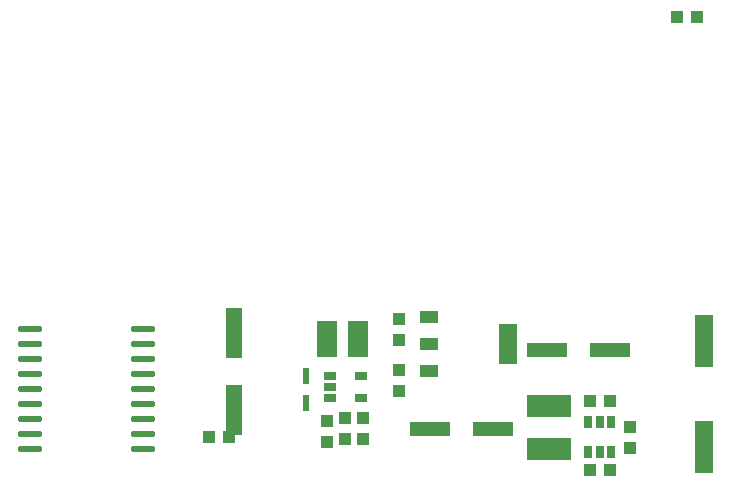
<source format=gtp>
%FSDAX24Y24*%
%MOIN*%
%SFA1B1*%

%IPPOS*%
%ADD18R,0.043307X0.039370*%
%ADD19R,0.064960X0.177165*%
%ADD20R,0.145669X0.074803*%
%ADD21R,0.027559X0.039370*%
%ADD22O,0.082677X0.022047*%
%ADD23R,0.061024X0.043307*%
%ADD24R,0.061024X0.043307*%
%ADD25R,0.061024X0.135827*%
%ADD26R,0.137795X0.047244*%
%ADD27R,0.043307X0.027559*%
%ADD28R,0.039370X0.043307*%
%ADD29R,0.070866X0.122834*%
%ADD30R,0.021654X0.057087*%
%ADD31R,0.055118X0.165354*%
%LNpcb_baseboard-1*%
%LPD*%
G54D18*
X023734Y029100D03*
X023065D03*
X020834Y016300D03*
X020165D03*
X020834Y014000D03*
X020165D03*
X007465Y015100D03*
X008134D03*
G54D19*
X023972Y018329D03*
Y014785D03*
G54D20*
X018823Y014724D03*
Y016141D03*
G54D21*
X020125Y014600D03*
X020500D03*
X020874D03*
X020125Y015623D03*
X020500D03*
X020874D03*
G54D22*
X001507Y018700D03*
Y018200D03*
Y017700D03*
Y017200D03*
Y016700D03*
Y016200D03*
Y015700D03*
Y015200D03*
Y014700D03*
X005286Y018700D03*
Y018200D03*
Y017700D03*
Y017200D03*
Y016700D03*
Y016200D03*
Y015700D03*
Y015200D03*
Y014700D03*
G54D23*
X014800Y019111D03*
G54D24*
X014800Y018205D03*
Y017300D03*
G54D25*
X017457Y018205D03*
G54D26*
X014858Y015370D03*
X016961D03*
X018738Y018029D03*
X020841D03*
G54D27*
X012533Y017152D03*
Y016404D03*
X011514D03*
Y016779D03*
Y017153D03*
G54D28*
X012600Y015065D03*
Y015734D03*
X012000Y015065D03*
Y015734D03*
X011400Y015634D03*
Y014965D03*
X013800Y019034D03*
Y018365D03*
X021500Y014765D03*
Y015434D03*
X013800Y017334D03*
Y016665D03*
G54D29*
X012445Y018391D03*
X011419D03*
G54D30*
X010700Y017162D03*
Y016237D03*
G54D31*
X008300Y016000D03*
Y018572D03*
M02*
</source>
